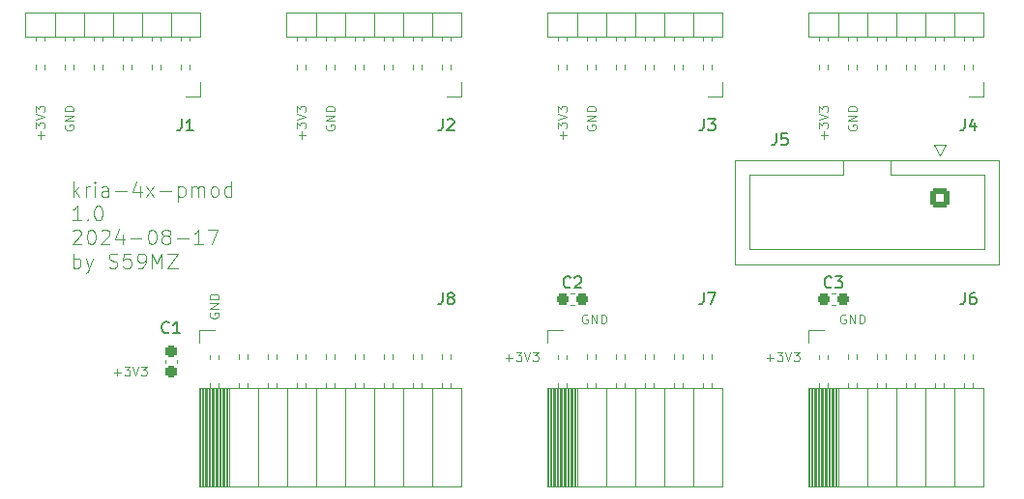
<source format=gto>
G04 #@! TF.GenerationSoftware,KiCad,Pcbnew,7.0.11-7.0.11~ubuntu20.04.1*
G04 #@! TF.CreationDate,2024-08-17T23:29:04+02:00*
G04 #@! TF.ProjectId,kicad-kria-4x-pmod,6b696361-642d-46b7-9269-612d34782d70,1.0*
G04 #@! TF.SameCoordinates,Original*
G04 #@! TF.FileFunction,Legend,Top*
G04 #@! TF.FilePolarity,Positive*
%FSLAX46Y46*%
G04 Gerber Fmt 4.6, Leading zero omitted, Abs format (unit mm)*
G04 Created by KiCad (PCBNEW 7.0.11-7.0.11~ubuntu20.04.1) date 2024-08-17 23:29:04*
%MOMM*%
%LPD*%
G01*
G04 APERTURE LIST*
G04 Aperture macros list*
%AMRoundRect*
0 Rectangle with rounded corners*
0 $1 Rounding radius*
0 $2 $3 $4 $5 $6 $7 $8 $9 X,Y pos of 4 corners*
0 Add a 4 corners polygon primitive as box body*
4,1,4,$2,$3,$4,$5,$6,$7,$8,$9,$2,$3,0*
0 Add four circle primitives for the rounded corners*
1,1,$1+$1,$2,$3*
1,1,$1+$1,$4,$5*
1,1,$1+$1,$6,$7*
1,1,$1+$1,$8,$9*
0 Add four rect primitives between the rounded corners*
20,1,$1+$1,$2,$3,$4,$5,0*
20,1,$1+$1,$4,$5,$6,$7,0*
20,1,$1+$1,$6,$7,$8,$9,0*
20,1,$1+$1,$8,$9,$2,$3,0*%
G04 Aperture macros list end*
%ADD10C,0.100000*%
%ADD11C,0.150000*%
%ADD12C,0.120000*%
%ADD13C,2.500000*%
%ADD14R,1.700000X1.700000*%
%ADD15O,1.700000X1.700000*%
%ADD16RoundRect,0.250000X-0.600000X0.600000X-0.600000X-0.600000X0.600000X-0.600000X0.600000X0.600000X0*%
%ADD17C,1.700000*%
%ADD18RoundRect,0.237500X-0.300000X-0.237500X0.300000X-0.237500X0.300000X0.237500X-0.300000X0.237500X0*%
%ADD19RoundRect,0.237500X0.237500X-0.300000X0.237500X0.300000X-0.237500X0.300000X-0.237500X-0.300000X0*%
G04 APERTURE END LIST*
D10*
X159622990Y-54599360D02*
X159584895Y-54675550D01*
X159584895Y-54675550D02*
X159584895Y-54789836D01*
X159584895Y-54789836D02*
X159622990Y-54904122D01*
X159622990Y-54904122D02*
X159699180Y-54980312D01*
X159699180Y-54980312D02*
X159775371Y-55018407D01*
X159775371Y-55018407D02*
X159927752Y-55056503D01*
X159927752Y-55056503D02*
X160042038Y-55056503D01*
X160042038Y-55056503D02*
X160194419Y-55018407D01*
X160194419Y-55018407D02*
X160270609Y-54980312D01*
X160270609Y-54980312D02*
X160346800Y-54904122D01*
X160346800Y-54904122D02*
X160384895Y-54789836D01*
X160384895Y-54789836D02*
X160384895Y-54713645D01*
X160384895Y-54713645D02*
X160346800Y-54599360D01*
X160346800Y-54599360D02*
X160308704Y-54561264D01*
X160308704Y-54561264D02*
X160042038Y-54561264D01*
X160042038Y-54561264D02*
X160042038Y-54713645D01*
X160384895Y-54218407D02*
X159584895Y-54218407D01*
X159584895Y-54218407D02*
X160384895Y-53761264D01*
X160384895Y-53761264D02*
X159584895Y-53761264D01*
X160384895Y-53380312D02*
X159584895Y-53380312D01*
X159584895Y-53380312D02*
X159584895Y-53189836D01*
X159584895Y-53189836D02*
X159622990Y-53075550D01*
X159622990Y-53075550D02*
X159699180Y-52999360D01*
X159699180Y-52999360D02*
X159775371Y-52961265D01*
X159775371Y-52961265D02*
X159927752Y-52923169D01*
X159927752Y-52923169D02*
X160042038Y-52923169D01*
X160042038Y-52923169D02*
X160194419Y-52961265D01*
X160194419Y-52961265D02*
X160270609Y-52999360D01*
X160270609Y-52999360D02*
X160346800Y-53075550D01*
X160346800Y-53075550D02*
X160384895Y-53189836D01*
X160384895Y-53189836D02*
X160384895Y-53380312D01*
X136762990Y-54599360D02*
X136724895Y-54675550D01*
X136724895Y-54675550D02*
X136724895Y-54789836D01*
X136724895Y-54789836D02*
X136762990Y-54904122D01*
X136762990Y-54904122D02*
X136839180Y-54980312D01*
X136839180Y-54980312D02*
X136915371Y-55018407D01*
X136915371Y-55018407D02*
X137067752Y-55056503D01*
X137067752Y-55056503D02*
X137182038Y-55056503D01*
X137182038Y-55056503D02*
X137334419Y-55018407D01*
X137334419Y-55018407D02*
X137410609Y-54980312D01*
X137410609Y-54980312D02*
X137486800Y-54904122D01*
X137486800Y-54904122D02*
X137524895Y-54789836D01*
X137524895Y-54789836D02*
X137524895Y-54713645D01*
X137524895Y-54713645D02*
X137486800Y-54599360D01*
X137486800Y-54599360D02*
X137448704Y-54561264D01*
X137448704Y-54561264D02*
X137182038Y-54561264D01*
X137182038Y-54561264D02*
X137182038Y-54713645D01*
X137524895Y-54218407D02*
X136724895Y-54218407D01*
X136724895Y-54218407D02*
X137524895Y-53761264D01*
X137524895Y-53761264D02*
X136724895Y-53761264D01*
X137524895Y-53380312D02*
X136724895Y-53380312D01*
X136724895Y-53380312D02*
X136724895Y-53189836D01*
X136724895Y-53189836D02*
X136762990Y-53075550D01*
X136762990Y-53075550D02*
X136839180Y-52999360D01*
X136839180Y-52999360D02*
X136915371Y-52961265D01*
X136915371Y-52961265D02*
X137067752Y-52923169D01*
X137067752Y-52923169D02*
X137182038Y-52923169D01*
X137182038Y-52923169D02*
X137334419Y-52961265D01*
X137334419Y-52961265D02*
X137410609Y-52999360D01*
X137410609Y-52999360D02*
X137486800Y-53075550D01*
X137486800Y-53075550D02*
X137524895Y-53189836D01*
X137524895Y-53189836D02*
X137524895Y-53380312D01*
X91042990Y-54599360D02*
X91004895Y-54675550D01*
X91004895Y-54675550D02*
X91004895Y-54789836D01*
X91004895Y-54789836D02*
X91042990Y-54904122D01*
X91042990Y-54904122D02*
X91119180Y-54980312D01*
X91119180Y-54980312D02*
X91195371Y-55018407D01*
X91195371Y-55018407D02*
X91347752Y-55056503D01*
X91347752Y-55056503D02*
X91462038Y-55056503D01*
X91462038Y-55056503D02*
X91614419Y-55018407D01*
X91614419Y-55018407D02*
X91690609Y-54980312D01*
X91690609Y-54980312D02*
X91766800Y-54904122D01*
X91766800Y-54904122D02*
X91804895Y-54789836D01*
X91804895Y-54789836D02*
X91804895Y-54713645D01*
X91804895Y-54713645D02*
X91766800Y-54599360D01*
X91766800Y-54599360D02*
X91728704Y-54561264D01*
X91728704Y-54561264D02*
X91462038Y-54561264D01*
X91462038Y-54561264D02*
X91462038Y-54713645D01*
X91804895Y-54218407D02*
X91004895Y-54218407D01*
X91004895Y-54218407D02*
X91804895Y-53761264D01*
X91804895Y-53761264D02*
X91004895Y-53761264D01*
X91804895Y-53380312D02*
X91004895Y-53380312D01*
X91004895Y-53380312D02*
X91004895Y-53189836D01*
X91004895Y-53189836D02*
X91042990Y-53075550D01*
X91042990Y-53075550D02*
X91119180Y-52999360D01*
X91119180Y-52999360D02*
X91195371Y-52961265D01*
X91195371Y-52961265D02*
X91347752Y-52923169D01*
X91347752Y-52923169D02*
X91462038Y-52923169D01*
X91462038Y-52923169D02*
X91614419Y-52961265D01*
X91614419Y-52961265D02*
X91690609Y-52999360D01*
X91690609Y-52999360D02*
X91766800Y-53075550D01*
X91766800Y-53075550D02*
X91804895Y-53189836D01*
X91804895Y-53189836D02*
X91804895Y-53380312D01*
X113902990Y-54599360D02*
X113864895Y-54675550D01*
X113864895Y-54675550D02*
X113864895Y-54789836D01*
X113864895Y-54789836D02*
X113902990Y-54904122D01*
X113902990Y-54904122D02*
X113979180Y-54980312D01*
X113979180Y-54980312D02*
X114055371Y-55018407D01*
X114055371Y-55018407D02*
X114207752Y-55056503D01*
X114207752Y-55056503D02*
X114322038Y-55056503D01*
X114322038Y-55056503D02*
X114474419Y-55018407D01*
X114474419Y-55018407D02*
X114550609Y-54980312D01*
X114550609Y-54980312D02*
X114626800Y-54904122D01*
X114626800Y-54904122D02*
X114664895Y-54789836D01*
X114664895Y-54789836D02*
X114664895Y-54713645D01*
X114664895Y-54713645D02*
X114626800Y-54599360D01*
X114626800Y-54599360D02*
X114588704Y-54561264D01*
X114588704Y-54561264D02*
X114322038Y-54561264D01*
X114322038Y-54561264D02*
X114322038Y-54713645D01*
X114664895Y-54218407D02*
X113864895Y-54218407D01*
X113864895Y-54218407D02*
X114664895Y-53761264D01*
X114664895Y-53761264D02*
X113864895Y-53761264D01*
X114664895Y-53380312D02*
X113864895Y-53380312D01*
X113864895Y-53380312D02*
X113864895Y-53189836D01*
X113864895Y-53189836D02*
X113902990Y-53075550D01*
X113902990Y-53075550D02*
X113979180Y-52999360D01*
X113979180Y-52999360D02*
X114055371Y-52961265D01*
X114055371Y-52961265D02*
X114207752Y-52923169D01*
X114207752Y-52923169D02*
X114322038Y-52923169D01*
X114322038Y-52923169D02*
X114474419Y-52961265D01*
X114474419Y-52961265D02*
X114550609Y-52999360D01*
X114550609Y-52999360D02*
X114626800Y-53075550D01*
X114626800Y-53075550D02*
X114664895Y-53189836D01*
X114664895Y-53189836D02*
X114664895Y-53380312D01*
X157540133Y-55780312D02*
X157540133Y-55170789D01*
X157844895Y-55475550D02*
X157235371Y-55475550D01*
X157044895Y-54866027D02*
X157044895Y-54370789D01*
X157044895Y-54370789D02*
X157349657Y-54637455D01*
X157349657Y-54637455D02*
X157349657Y-54523170D01*
X157349657Y-54523170D02*
X157387752Y-54446979D01*
X157387752Y-54446979D02*
X157425847Y-54408884D01*
X157425847Y-54408884D02*
X157502038Y-54370789D01*
X157502038Y-54370789D02*
X157692514Y-54370789D01*
X157692514Y-54370789D02*
X157768704Y-54408884D01*
X157768704Y-54408884D02*
X157806800Y-54446979D01*
X157806800Y-54446979D02*
X157844895Y-54523170D01*
X157844895Y-54523170D02*
X157844895Y-54751741D01*
X157844895Y-54751741D02*
X157806800Y-54827932D01*
X157806800Y-54827932D02*
X157768704Y-54866027D01*
X157044895Y-54142217D02*
X157844895Y-53875550D01*
X157844895Y-53875550D02*
X157044895Y-53608884D01*
X157044895Y-53418408D02*
X157044895Y-52923170D01*
X157044895Y-52923170D02*
X157349657Y-53189836D01*
X157349657Y-53189836D02*
X157349657Y-53075551D01*
X157349657Y-53075551D02*
X157387752Y-52999360D01*
X157387752Y-52999360D02*
X157425847Y-52961265D01*
X157425847Y-52961265D02*
X157502038Y-52923170D01*
X157502038Y-52923170D02*
X157692514Y-52923170D01*
X157692514Y-52923170D02*
X157768704Y-52961265D01*
X157768704Y-52961265D02*
X157806800Y-52999360D01*
X157806800Y-52999360D02*
X157844895Y-53075551D01*
X157844895Y-53075551D02*
X157844895Y-53304122D01*
X157844895Y-53304122D02*
X157806800Y-53380313D01*
X157806800Y-53380313D02*
X157768704Y-53418408D01*
X134680133Y-55780312D02*
X134680133Y-55170789D01*
X134984895Y-55475550D02*
X134375371Y-55475550D01*
X134184895Y-54866027D02*
X134184895Y-54370789D01*
X134184895Y-54370789D02*
X134489657Y-54637455D01*
X134489657Y-54637455D02*
X134489657Y-54523170D01*
X134489657Y-54523170D02*
X134527752Y-54446979D01*
X134527752Y-54446979D02*
X134565847Y-54408884D01*
X134565847Y-54408884D02*
X134642038Y-54370789D01*
X134642038Y-54370789D02*
X134832514Y-54370789D01*
X134832514Y-54370789D02*
X134908704Y-54408884D01*
X134908704Y-54408884D02*
X134946800Y-54446979D01*
X134946800Y-54446979D02*
X134984895Y-54523170D01*
X134984895Y-54523170D02*
X134984895Y-54751741D01*
X134984895Y-54751741D02*
X134946800Y-54827932D01*
X134946800Y-54827932D02*
X134908704Y-54866027D01*
X134184895Y-54142217D02*
X134984895Y-53875550D01*
X134984895Y-53875550D02*
X134184895Y-53608884D01*
X134184895Y-53418408D02*
X134184895Y-52923170D01*
X134184895Y-52923170D02*
X134489657Y-53189836D01*
X134489657Y-53189836D02*
X134489657Y-53075551D01*
X134489657Y-53075551D02*
X134527752Y-52999360D01*
X134527752Y-52999360D02*
X134565847Y-52961265D01*
X134565847Y-52961265D02*
X134642038Y-52923170D01*
X134642038Y-52923170D02*
X134832514Y-52923170D01*
X134832514Y-52923170D02*
X134908704Y-52961265D01*
X134908704Y-52961265D02*
X134946800Y-52999360D01*
X134946800Y-52999360D02*
X134984895Y-53075551D01*
X134984895Y-53075551D02*
X134984895Y-53304122D01*
X134984895Y-53304122D02*
X134946800Y-53380313D01*
X134946800Y-53380313D02*
X134908704Y-53418408D01*
X111820133Y-55780312D02*
X111820133Y-55170789D01*
X112124895Y-55475550D02*
X111515371Y-55475550D01*
X111324895Y-54866027D02*
X111324895Y-54370789D01*
X111324895Y-54370789D02*
X111629657Y-54637455D01*
X111629657Y-54637455D02*
X111629657Y-54523170D01*
X111629657Y-54523170D02*
X111667752Y-54446979D01*
X111667752Y-54446979D02*
X111705847Y-54408884D01*
X111705847Y-54408884D02*
X111782038Y-54370789D01*
X111782038Y-54370789D02*
X111972514Y-54370789D01*
X111972514Y-54370789D02*
X112048704Y-54408884D01*
X112048704Y-54408884D02*
X112086800Y-54446979D01*
X112086800Y-54446979D02*
X112124895Y-54523170D01*
X112124895Y-54523170D02*
X112124895Y-54751741D01*
X112124895Y-54751741D02*
X112086800Y-54827932D01*
X112086800Y-54827932D02*
X112048704Y-54866027D01*
X111324895Y-54142217D02*
X112124895Y-53875550D01*
X112124895Y-53875550D02*
X111324895Y-53608884D01*
X111324895Y-53418408D02*
X111324895Y-52923170D01*
X111324895Y-52923170D02*
X111629657Y-53189836D01*
X111629657Y-53189836D02*
X111629657Y-53075551D01*
X111629657Y-53075551D02*
X111667752Y-52999360D01*
X111667752Y-52999360D02*
X111705847Y-52961265D01*
X111705847Y-52961265D02*
X111782038Y-52923170D01*
X111782038Y-52923170D02*
X111972514Y-52923170D01*
X111972514Y-52923170D02*
X112048704Y-52961265D01*
X112048704Y-52961265D02*
X112086800Y-52999360D01*
X112086800Y-52999360D02*
X112124895Y-53075551D01*
X112124895Y-53075551D02*
X112124895Y-53304122D01*
X112124895Y-53304122D02*
X112086800Y-53380313D01*
X112086800Y-53380313D02*
X112048704Y-53418408D01*
X88960133Y-55780312D02*
X88960133Y-55170789D01*
X89264895Y-55475550D02*
X88655371Y-55475550D01*
X88464895Y-54866027D02*
X88464895Y-54370789D01*
X88464895Y-54370789D02*
X88769657Y-54637455D01*
X88769657Y-54637455D02*
X88769657Y-54523170D01*
X88769657Y-54523170D02*
X88807752Y-54446979D01*
X88807752Y-54446979D02*
X88845847Y-54408884D01*
X88845847Y-54408884D02*
X88922038Y-54370789D01*
X88922038Y-54370789D02*
X89112514Y-54370789D01*
X89112514Y-54370789D02*
X89188704Y-54408884D01*
X89188704Y-54408884D02*
X89226800Y-54446979D01*
X89226800Y-54446979D02*
X89264895Y-54523170D01*
X89264895Y-54523170D02*
X89264895Y-54751741D01*
X89264895Y-54751741D02*
X89226800Y-54827932D01*
X89226800Y-54827932D02*
X89188704Y-54866027D01*
X88464895Y-54142217D02*
X89264895Y-53875550D01*
X89264895Y-53875550D02*
X88464895Y-53608884D01*
X88464895Y-53418408D02*
X88464895Y-52923170D01*
X88464895Y-52923170D02*
X88769657Y-53189836D01*
X88769657Y-53189836D02*
X88769657Y-53075551D01*
X88769657Y-53075551D02*
X88807752Y-52999360D01*
X88807752Y-52999360D02*
X88845847Y-52961265D01*
X88845847Y-52961265D02*
X88922038Y-52923170D01*
X88922038Y-52923170D02*
X89112514Y-52923170D01*
X89112514Y-52923170D02*
X89188704Y-52961265D01*
X89188704Y-52961265D02*
X89226800Y-52999360D01*
X89226800Y-52999360D02*
X89264895Y-53075551D01*
X89264895Y-53075551D02*
X89264895Y-53304122D01*
X89264895Y-53304122D02*
X89226800Y-53380313D01*
X89226800Y-53380313D02*
X89188704Y-53418408D01*
X103742990Y-71079687D02*
X103704895Y-71155877D01*
X103704895Y-71155877D02*
X103704895Y-71270163D01*
X103704895Y-71270163D02*
X103742990Y-71384449D01*
X103742990Y-71384449D02*
X103819180Y-71460639D01*
X103819180Y-71460639D02*
X103895371Y-71498734D01*
X103895371Y-71498734D02*
X104047752Y-71536830D01*
X104047752Y-71536830D02*
X104162038Y-71536830D01*
X104162038Y-71536830D02*
X104314419Y-71498734D01*
X104314419Y-71498734D02*
X104390609Y-71460639D01*
X104390609Y-71460639D02*
X104466800Y-71384449D01*
X104466800Y-71384449D02*
X104504895Y-71270163D01*
X104504895Y-71270163D02*
X104504895Y-71193972D01*
X104504895Y-71193972D02*
X104466800Y-71079687D01*
X104466800Y-71079687D02*
X104428704Y-71041591D01*
X104428704Y-71041591D02*
X104162038Y-71041591D01*
X104162038Y-71041591D02*
X104162038Y-71193972D01*
X104504895Y-70698734D02*
X103704895Y-70698734D01*
X103704895Y-70698734D02*
X104504895Y-70241591D01*
X104504895Y-70241591D02*
X103704895Y-70241591D01*
X104504895Y-69860639D02*
X103704895Y-69860639D01*
X103704895Y-69860639D02*
X103704895Y-69670163D01*
X103704895Y-69670163D02*
X103742990Y-69555877D01*
X103742990Y-69555877D02*
X103819180Y-69479687D01*
X103819180Y-69479687D02*
X103895371Y-69441592D01*
X103895371Y-69441592D02*
X104047752Y-69403496D01*
X104047752Y-69403496D02*
X104162038Y-69403496D01*
X104162038Y-69403496D02*
X104314419Y-69441592D01*
X104314419Y-69441592D02*
X104390609Y-69479687D01*
X104390609Y-69479687D02*
X104466800Y-69555877D01*
X104466800Y-69555877D02*
X104504895Y-69670163D01*
X104504895Y-69670163D02*
X104504895Y-69860639D01*
X159410476Y-71230990D02*
X159334286Y-71192895D01*
X159334286Y-71192895D02*
X159220000Y-71192895D01*
X159220000Y-71192895D02*
X159105714Y-71230990D01*
X159105714Y-71230990D02*
X159029524Y-71307180D01*
X159029524Y-71307180D02*
X158991429Y-71383371D01*
X158991429Y-71383371D02*
X158953333Y-71535752D01*
X158953333Y-71535752D02*
X158953333Y-71650038D01*
X158953333Y-71650038D02*
X158991429Y-71802419D01*
X158991429Y-71802419D02*
X159029524Y-71878609D01*
X159029524Y-71878609D02*
X159105714Y-71954800D01*
X159105714Y-71954800D02*
X159220000Y-71992895D01*
X159220000Y-71992895D02*
X159296191Y-71992895D01*
X159296191Y-71992895D02*
X159410476Y-71954800D01*
X159410476Y-71954800D02*
X159448572Y-71916704D01*
X159448572Y-71916704D02*
X159448572Y-71650038D01*
X159448572Y-71650038D02*
X159296191Y-71650038D01*
X159791429Y-71992895D02*
X159791429Y-71192895D01*
X159791429Y-71192895D02*
X160248572Y-71992895D01*
X160248572Y-71992895D02*
X160248572Y-71192895D01*
X160629524Y-71992895D02*
X160629524Y-71192895D01*
X160629524Y-71192895D02*
X160820000Y-71192895D01*
X160820000Y-71192895D02*
X160934286Y-71230990D01*
X160934286Y-71230990D02*
X161010476Y-71307180D01*
X161010476Y-71307180D02*
X161048571Y-71383371D01*
X161048571Y-71383371D02*
X161086667Y-71535752D01*
X161086667Y-71535752D02*
X161086667Y-71650038D01*
X161086667Y-71650038D02*
X161048571Y-71802419D01*
X161048571Y-71802419D02*
X161010476Y-71878609D01*
X161010476Y-71878609D02*
X160934286Y-71954800D01*
X160934286Y-71954800D02*
X160820000Y-71992895D01*
X160820000Y-71992895D02*
X160629524Y-71992895D01*
X152499687Y-74990133D02*
X153109211Y-74990133D01*
X152804449Y-75294895D02*
X152804449Y-74685371D01*
X153413972Y-74494895D02*
X153909210Y-74494895D01*
X153909210Y-74494895D02*
X153642544Y-74799657D01*
X153642544Y-74799657D02*
X153756829Y-74799657D01*
X153756829Y-74799657D02*
X153833020Y-74837752D01*
X153833020Y-74837752D02*
X153871115Y-74875847D01*
X153871115Y-74875847D02*
X153909210Y-74952038D01*
X153909210Y-74952038D02*
X153909210Y-75142514D01*
X153909210Y-75142514D02*
X153871115Y-75218704D01*
X153871115Y-75218704D02*
X153833020Y-75256800D01*
X153833020Y-75256800D02*
X153756829Y-75294895D01*
X153756829Y-75294895D02*
X153528258Y-75294895D01*
X153528258Y-75294895D02*
X153452067Y-75256800D01*
X153452067Y-75256800D02*
X153413972Y-75218704D01*
X154137782Y-74494895D02*
X154404449Y-75294895D01*
X154404449Y-75294895D02*
X154671115Y-74494895D01*
X154861591Y-74494895D02*
X155356829Y-74494895D01*
X155356829Y-74494895D02*
X155090163Y-74799657D01*
X155090163Y-74799657D02*
X155204448Y-74799657D01*
X155204448Y-74799657D02*
X155280639Y-74837752D01*
X155280639Y-74837752D02*
X155318734Y-74875847D01*
X155318734Y-74875847D02*
X155356829Y-74952038D01*
X155356829Y-74952038D02*
X155356829Y-75142514D01*
X155356829Y-75142514D02*
X155318734Y-75218704D01*
X155318734Y-75218704D02*
X155280639Y-75256800D01*
X155280639Y-75256800D02*
X155204448Y-75294895D01*
X155204448Y-75294895D02*
X154975877Y-75294895D01*
X154975877Y-75294895D02*
X154899686Y-75256800D01*
X154899686Y-75256800D02*
X154861591Y-75218704D01*
X136804476Y-71230990D02*
X136728286Y-71192895D01*
X136728286Y-71192895D02*
X136614000Y-71192895D01*
X136614000Y-71192895D02*
X136499714Y-71230990D01*
X136499714Y-71230990D02*
X136423524Y-71307180D01*
X136423524Y-71307180D02*
X136385429Y-71383371D01*
X136385429Y-71383371D02*
X136347333Y-71535752D01*
X136347333Y-71535752D02*
X136347333Y-71650038D01*
X136347333Y-71650038D02*
X136385429Y-71802419D01*
X136385429Y-71802419D02*
X136423524Y-71878609D01*
X136423524Y-71878609D02*
X136499714Y-71954800D01*
X136499714Y-71954800D02*
X136614000Y-71992895D01*
X136614000Y-71992895D02*
X136690191Y-71992895D01*
X136690191Y-71992895D02*
X136804476Y-71954800D01*
X136804476Y-71954800D02*
X136842572Y-71916704D01*
X136842572Y-71916704D02*
X136842572Y-71650038D01*
X136842572Y-71650038D02*
X136690191Y-71650038D01*
X137185429Y-71992895D02*
X137185429Y-71192895D01*
X137185429Y-71192895D02*
X137642572Y-71992895D01*
X137642572Y-71992895D02*
X137642572Y-71192895D01*
X138023524Y-71992895D02*
X138023524Y-71192895D01*
X138023524Y-71192895D02*
X138214000Y-71192895D01*
X138214000Y-71192895D02*
X138328286Y-71230990D01*
X138328286Y-71230990D02*
X138404476Y-71307180D01*
X138404476Y-71307180D02*
X138442571Y-71383371D01*
X138442571Y-71383371D02*
X138480667Y-71535752D01*
X138480667Y-71535752D02*
X138480667Y-71650038D01*
X138480667Y-71650038D02*
X138442571Y-71802419D01*
X138442571Y-71802419D02*
X138404476Y-71878609D01*
X138404476Y-71878609D02*
X138328286Y-71954800D01*
X138328286Y-71954800D02*
X138214000Y-71992895D01*
X138214000Y-71992895D02*
X138023524Y-71992895D01*
X129639687Y-74990133D02*
X130249211Y-74990133D01*
X129944449Y-75294895D02*
X129944449Y-74685371D01*
X130553972Y-74494895D02*
X131049210Y-74494895D01*
X131049210Y-74494895D02*
X130782544Y-74799657D01*
X130782544Y-74799657D02*
X130896829Y-74799657D01*
X130896829Y-74799657D02*
X130973020Y-74837752D01*
X130973020Y-74837752D02*
X131011115Y-74875847D01*
X131011115Y-74875847D02*
X131049210Y-74952038D01*
X131049210Y-74952038D02*
X131049210Y-75142514D01*
X131049210Y-75142514D02*
X131011115Y-75218704D01*
X131011115Y-75218704D02*
X130973020Y-75256800D01*
X130973020Y-75256800D02*
X130896829Y-75294895D01*
X130896829Y-75294895D02*
X130668258Y-75294895D01*
X130668258Y-75294895D02*
X130592067Y-75256800D01*
X130592067Y-75256800D02*
X130553972Y-75218704D01*
X131277782Y-74494895D02*
X131544449Y-75294895D01*
X131544449Y-75294895D02*
X131811115Y-74494895D01*
X132001591Y-74494895D02*
X132496829Y-74494895D01*
X132496829Y-74494895D02*
X132230163Y-74799657D01*
X132230163Y-74799657D02*
X132344448Y-74799657D01*
X132344448Y-74799657D02*
X132420639Y-74837752D01*
X132420639Y-74837752D02*
X132458734Y-74875847D01*
X132458734Y-74875847D02*
X132496829Y-74952038D01*
X132496829Y-74952038D02*
X132496829Y-75142514D01*
X132496829Y-75142514D02*
X132458734Y-75218704D01*
X132458734Y-75218704D02*
X132420639Y-75256800D01*
X132420639Y-75256800D02*
X132344448Y-75294895D01*
X132344448Y-75294895D02*
X132115877Y-75294895D01*
X132115877Y-75294895D02*
X132039686Y-75256800D01*
X132039686Y-75256800D02*
X132001591Y-75218704D01*
X95349687Y-76260133D02*
X95959211Y-76260133D01*
X95654449Y-76564895D02*
X95654449Y-75955371D01*
X96263972Y-75764895D02*
X96759210Y-75764895D01*
X96759210Y-75764895D02*
X96492544Y-76069657D01*
X96492544Y-76069657D02*
X96606829Y-76069657D01*
X96606829Y-76069657D02*
X96683020Y-76107752D01*
X96683020Y-76107752D02*
X96721115Y-76145847D01*
X96721115Y-76145847D02*
X96759210Y-76222038D01*
X96759210Y-76222038D02*
X96759210Y-76412514D01*
X96759210Y-76412514D02*
X96721115Y-76488704D01*
X96721115Y-76488704D02*
X96683020Y-76526800D01*
X96683020Y-76526800D02*
X96606829Y-76564895D01*
X96606829Y-76564895D02*
X96378258Y-76564895D01*
X96378258Y-76564895D02*
X96302067Y-76526800D01*
X96302067Y-76526800D02*
X96263972Y-76488704D01*
X96987782Y-75764895D02*
X97254449Y-76564895D01*
X97254449Y-76564895D02*
X97521115Y-75764895D01*
X97711591Y-75764895D02*
X98206829Y-75764895D01*
X98206829Y-75764895D02*
X97940163Y-76069657D01*
X97940163Y-76069657D02*
X98054448Y-76069657D01*
X98054448Y-76069657D02*
X98130639Y-76107752D01*
X98130639Y-76107752D02*
X98168734Y-76145847D01*
X98168734Y-76145847D02*
X98206829Y-76222038D01*
X98206829Y-76222038D02*
X98206829Y-76412514D01*
X98206829Y-76412514D02*
X98168734Y-76488704D01*
X98168734Y-76488704D02*
X98130639Y-76526800D01*
X98130639Y-76526800D02*
X98054448Y-76564895D01*
X98054448Y-76564895D02*
X97825877Y-76564895D01*
X97825877Y-76564895D02*
X97749686Y-76526800D01*
X97749686Y-76526800D02*
X97711591Y-76488704D01*
X91815312Y-60866704D02*
X91815312Y-59566704D01*
X91939122Y-60371466D02*
X92310550Y-60866704D01*
X92310550Y-60000038D02*
X91815312Y-60495276D01*
X92867693Y-60866704D02*
X92867693Y-60000038D01*
X92867693Y-60247657D02*
X92929598Y-60123847D01*
X92929598Y-60123847D02*
X92991503Y-60061942D01*
X92991503Y-60061942D02*
X93115312Y-60000038D01*
X93115312Y-60000038D02*
X93239122Y-60000038D01*
X93672455Y-60866704D02*
X93672455Y-60000038D01*
X93672455Y-59566704D02*
X93610551Y-59628609D01*
X93610551Y-59628609D02*
X93672455Y-59690514D01*
X93672455Y-59690514D02*
X93734360Y-59628609D01*
X93734360Y-59628609D02*
X93672455Y-59566704D01*
X93672455Y-59566704D02*
X93672455Y-59690514D01*
X94848646Y-60866704D02*
X94848646Y-60185752D01*
X94848646Y-60185752D02*
X94786741Y-60061942D01*
X94786741Y-60061942D02*
X94662932Y-60000038D01*
X94662932Y-60000038D02*
X94415313Y-60000038D01*
X94415313Y-60000038D02*
X94291503Y-60061942D01*
X94848646Y-60804800D02*
X94724837Y-60866704D01*
X94724837Y-60866704D02*
X94415313Y-60866704D01*
X94415313Y-60866704D02*
X94291503Y-60804800D01*
X94291503Y-60804800D02*
X94229599Y-60680990D01*
X94229599Y-60680990D02*
X94229599Y-60557180D01*
X94229599Y-60557180D02*
X94291503Y-60433371D01*
X94291503Y-60433371D02*
X94415313Y-60371466D01*
X94415313Y-60371466D02*
X94724837Y-60371466D01*
X94724837Y-60371466D02*
X94848646Y-60309561D01*
X95467693Y-60371466D02*
X96458170Y-60371466D01*
X97634360Y-60000038D02*
X97634360Y-60866704D01*
X97324836Y-59504800D02*
X97015313Y-60433371D01*
X97015313Y-60433371D02*
X97820074Y-60433371D01*
X98191503Y-60866704D02*
X98872455Y-60000038D01*
X98191503Y-60000038D02*
X98872455Y-60866704D01*
X99367693Y-60371466D02*
X100358170Y-60371466D01*
X100977217Y-60000038D02*
X100977217Y-61300038D01*
X100977217Y-60061942D02*
X101101027Y-60000038D01*
X101101027Y-60000038D02*
X101348646Y-60000038D01*
X101348646Y-60000038D02*
X101472455Y-60061942D01*
X101472455Y-60061942D02*
X101534360Y-60123847D01*
X101534360Y-60123847D02*
X101596265Y-60247657D01*
X101596265Y-60247657D02*
X101596265Y-60619085D01*
X101596265Y-60619085D02*
X101534360Y-60742895D01*
X101534360Y-60742895D02*
X101472455Y-60804800D01*
X101472455Y-60804800D02*
X101348646Y-60866704D01*
X101348646Y-60866704D02*
X101101027Y-60866704D01*
X101101027Y-60866704D02*
X100977217Y-60804800D01*
X102153407Y-60866704D02*
X102153407Y-60000038D01*
X102153407Y-60123847D02*
X102215312Y-60061942D01*
X102215312Y-60061942D02*
X102339122Y-60000038D01*
X102339122Y-60000038D02*
X102524836Y-60000038D01*
X102524836Y-60000038D02*
X102648645Y-60061942D01*
X102648645Y-60061942D02*
X102710550Y-60185752D01*
X102710550Y-60185752D02*
X102710550Y-60866704D01*
X102710550Y-60185752D02*
X102772455Y-60061942D01*
X102772455Y-60061942D02*
X102896264Y-60000038D01*
X102896264Y-60000038D02*
X103081979Y-60000038D01*
X103081979Y-60000038D02*
X103205788Y-60061942D01*
X103205788Y-60061942D02*
X103267693Y-60185752D01*
X103267693Y-60185752D02*
X103267693Y-60866704D01*
X104072455Y-60866704D02*
X103948645Y-60804800D01*
X103948645Y-60804800D02*
X103886740Y-60742895D01*
X103886740Y-60742895D02*
X103824836Y-60619085D01*
X103824836Y-60619085D02*
X103824836Y-60247657D01*
X103824836Y-60247657D02*
X103886740Y-60123847D01*
X103886740Y-60123847D02*
X103948645Y-60061942D01*
X103948645Y-60061942D02*
X104072455Y-60000038D01*
X104072455Y-60000038D02*
X104258169Y-60000038D01*
X104258169Y-60000038D02*
X104381978Y-60061942D01*
X104381978Y-60061942D02*
X104443883Y-60123847D01*
X104443883Y-60123847D02*
X104505788Y-60247657D01*
X104505788Y-60247657D02*
X104505788Y-60619085D01*
X104505788Y-60619085D02*
X104443883Y-60742895D01*
X104443883Y-60742895D02*
X104381978Y-60804800D01*
X104381978Y-60804800D02*
X104258169Y-60866704D01*
X104258169Y-60866704D02*
X104072455Y-60866704D01*
X105620073Y-60866704D02*
X105620073Y-59566704D01*
X105620073Y-60804800D02*
X105496264Y-60866704D01*
X105496264Y-60866704D02*
X105248645Y-60866704D01*
X105248645Y-60866704D02*
X105124835Y-60804800D01*
X105124835Y-60804800D02*
X105062930Y-60742895D01*
X105062930Y-60742895D02*
X105001026Y-60619085D01*
X105001026Y-60619085D02*
X105001026Y-60247657D01*
X105001026Y-60247657D02*
X105062930Y-60123847D01*
X105062930Y-60123847D02*
X105124835Y-60061942D01*
X105124835Y-60061942D02*
X105248645Y-60000038D01*
X105248645Y-60000038D02*
X105496264Y-60000038D01*
X105496264Y-60000038D02*
X105620073Y-60061942D01*
X92496265Y-62959704D02*
X91753408Y-62959704D01*
X92124836Y-62959704D02*
X92124836Y-61659704D01*
X92124836Y-61659704D02*
X92001027Y-61845419D01*
X92001027Y-61845419D02*
X91877217Y-61969228D01*
X91877217Y-61969228D02*
X91753408Y-62031133D01*
X93053407Y-62835895D02*
X93115312Y-62897800D01*
X93115312Y-62897800D02*
X93053407Y-62959704D01*
X93053407Y-62959704D02*
X92991503Y-62897800D01*
X92991503Y-62897800D02*
X93053407Y-62835895D01*
X93053407Y-62835895D02*
X93053407Y-62959704D01*
X93920074Y-61659704D02*
X94043884Y-61659704D01*
X94043884Y-61659704D02*
X94167693Y-61721609D01*
X94167693Y-61721609D02*
X94229598Y-61783514D01*
X94229598Y-61783514D02*
X94291503Y-61907323D01*
X94291503Y-61907323D02*
X94353408Y-62154942D01*
X94353408Y-62154942D02*
X94353408Y-62464466D01*
X94353408Y-62464466D02*
X94291503Y-62712085D01*
X94291503Y-62712085D02*
X94229598Y-62835895D01*
X94229598Y-62835895D02*
X94167693Y-62897800D01*
X94167693Y-62897800D02*
X94043884Y-62959704D01*
X94043884Y-62959704D02*
X93920074Y-62959704D01*
X93920074Y-62959704D02*
X93796265Y-62897800D01*
X93796265Y-62897800D02*
X93734360Y-62835895D01*
X93734360Y-62835895D02*
X93672455Y-62712085D01*
X93672455Y-62712085D02*
X93610551Y-62464466D01*
X93610551Y-62464466D02*
X93610551Y-62154942D01*
X93610551Y-62154942D02*
X93672455Y-61907323D01*
X93672455Y-61907323D02*
X93734360Y-61783514D01*
X93734360Y-61783514D02*
X93796265Y-61721609D01*
X93796265Y-61721609D02*
X93920074Y-61659704D01*
X91753408Y-63876514D02*
X91815312Y-63814609D01*
X91815312Y-63814609D02*
X91939122Y-63752704D01*
X91939122Y-63752704D02*
X92248646Y-63752704D01*
X92248646Y-63752704D02*
X92372455Y-63814609D01*
X92372455Y-63814609D02*
X92434360Y-63876514D01*
X92434360Y-63876514D02*
X92496265Y-64000323D01*
X92496265Y-64000323D02*
X92496265Y-64124133D01*
X92496265Y-64124133D02*
X92434360Y-64309847D01*
X92434360Y-64309847D02*
X91691503Y-65052704D01*
X91691503Y-65052704D02*
X92496265Y-65052704D01*
X93301026Y-63752704D02*
X93424836Y-63752704D01*
X93424836Y-63752704D02*
X93548645Y-63814609D01*
X93548645Y-63814609D02*
X93610550Y-63876514D01*
X93610550Y-63876514D02*
X93672455Y-64000323D01*
X93672455Y-64000323D02*
X93734360Y-64247942D01*
X93734360Y-64247942D02*
X93734360Y-64557466D01*
X93734360Y-64557466D02*
X93672455Y-64805085D01*
X93672455Y-64805085D02*
X93610550Y-64928895D01*
X93610550Y-64928895D02*
X93548645Y-64990800D01*
X93548645Y-64990800D02*
X93424836Y-65052704D01*
X93424836Y-65052704D02*
X93301026Y-65052704D01*
X93301026Y-65052704D02*
X93177217Y-64990800D01*
X93177217Y-64990800D02*
X93115312Y-64928895D01*
X93115312Y-64928895D02*
X93053407Y-64805085D01*
X93053407Y-64805085D02*
X92991503Y-64557466D01*
X92991503Y-64557466D02*
X92991503Y-64247942D01*
X92991503Y-64247942D02*
X93053407Y-64000323D01*
X93053407Y-64000323D02*
X93115312Y-63876514D01*
X93115312Y-63876514D02*
X93177217Y-63814609D01*
X93177217Y-63814609D02*
X93301026Y-63752704D01*
X94229598Y-63876514D02*
X94291502Y-63814609D01*
X94291502Y-63814609D02*
X94415312Y-63752704D01*
X94415312Y-63752704D02*
X94724836Y-63752704D01*
X94724836Y-63752704D02*
X94848645Y-63814609D01*
X94848645Y-63814609D02*
X94910550Y-63876514D01*
X94910550Y-63876514D02*
X94972455Y-64000323D01*
X94972455Y-64000323D02*
X94972455Y-64124133D01*
X94972455Y-64124133D02*
X94910550Y-64309847D01*
X94910550Y-64309847D02*
X94167693Y-65052704D01*
X94167693Y-65052704D02*
X94972455Y-65052704D01*
X96086740Y-64186038D02*
X96086740Y-65052704D01*
X95777216Y-63690800D02*
X95467693Y-64619371D01*
X95467693Y-64619371D02*
X96272454Y-64619371D01*
X96767692Y-64557466D02*
X97758169Y-64557466D01*
X98624835Y-63752704D02*
X98748645Y-63752704D01*
X98748645Y-63752704D02*
X98872454Y-63814609D01*
X98872454Y-63814609D02*
X98934359Y-63876514D01*
X98934359Y-63876514D02*
X98996264Y-64000323D01*
X98996264Y-64000323D02*
X99058169Y-64247942D01*
X99058169Y-64247942D02*
X99058169Y-64557466D01*
X99058169Y-64557466D02*
X98996264Y-64805085D01*
X98996264Y-64805085D02*
X98934359Y-64928895D01*
X98934359Y-64928895D02*
X98872454Y-64990800D01*
X98872454Y-64990800D02*
X98748645Y-65052704D01*
X98748645Y-65052704D02*
X98624835Y-65052704D01*
X98624835Y-65052704D02*
X98501026Y-64990800D01*
X98501026Y-64990800D02*
X98439121Y-64928895D01*
X98439121Y-64928895D02*
X98377216Y-64805085D01*
X98377216Y-64805085D02*
X98315312Y-64557466D01*
X98315312Y-64557466D02*
X98315312Y-64247942D01*
X98315312Y-64247942D02*
X98377216Y-64000323D01*
X98377216Y-64000323D02*
X98439121Y-63876514D01*
X98439121Y-63876514D02*
X98501026Y-63814609D01*
X98501026Y-63814609D02*
X98624835Y-63752704D01*
X99801026Y-64309847D02*
X99677216Y-64247942D01*
X99677216Y-64247942D02*
X99615311Y-64186038D01*
X99615311Y-64186038D02*
X99553407Y-64062228D01*
X99553407Y-64062228D02*
X99553407Y-64000323D01*
X99553407Y-64000323D02*
X99615311Y-63876514D01*
X99615311Y-63876514D02*
X99677216Y-63814609D01*
X99677216Y-63814609D02*
X99801026Y-63752704D01*
X99801026Y-63752704D02*
X100048645Y-63752704D01*
X100048645Y-63752704D02*
X100172454Y-63814609D01*
X100172454Y-63814609D02*
X100234359Y-63876514D01*
X100234359Y-63876514D02*
X100296264Y-64000323D01*
X100296264Y-64000323D02*
X100296264Y-64062228D01*
X100296264Y-64062228D02*
X100234359Y-64186038D01*
X100234359Y-64186038D02*
X100172454Y-64247942D01*
X100172454Y-64247942D02*
X100048645Y-64309847D01*
X100048645Y-64309847D02*
X99801026Y-64309847D01*
X99801026Y-64309847D02*
X99677216Y-64371752D01*
X99677216Y-64371752D02*
X99615311Y-64433657D01*
X99615311Y-64433657D02*
X99553407Y-64557466D01*
X99553407Y-64557466D02*
X99553407Y-64805085D01*
X99553407Y-64805085D02*
X99615311Y-64928895D01*
X99615311Y-64928895D02*
X99677216Y-64990800D01*
X99677216Y-64990800D02*
X99801026Y-65052704D01*
X99801026Y-65052704D02*
X100048645Y-65052704D01*
X100048645Y-65052704D02*
X100172454Y-64990800D01*
X100172454Y-64990800D02*
X100234359Y-64928895D01*
X100234359Y-64928895D02*
X100296264Y-64805085D01*
X100296264Y-64805085D02*
X100296264Y-64557466D01*
X100296264Y-64557466D02*
X100234359Y-64433657D01*
X100234359Y-64433657D02*
X100172454Y-64371752D01*
X100172454Y-64371752D02*
X100048645Y-64309847D01*
X100853406Y-64557466D02*
X101843883Y-64557466D01*
X103143883Y-65052704D02*
X102401026Y-65052704D01*
X102772454Y-65052704D02*
X102772454Y-63752704D01*
X102772454Y-63752704D02*
X102648645Y-63938419D01*
X102648645Y-63938419D02*
X102524835Y-64062228D01*
X102524835Y-64062228D02*
X102401026Y-64124133D01*
X103577216Y-63752704D02*
X104443882Y-63752704D01*
X104443882Y-63752704D02*
X103886740Y-65052704D01*
X91815312Y-67145704D02*
X91815312Y-65845704D01*
X91815312Y-66340942D02*
X91939122Y-66279038D01*
X91939122Y-66279038D02*
X92186741Y-66279038D01*
X92186741Y-66279038D02*
X92310550Y-66340942D01*
X92310550Y-66340942D02*
X92372455Y-66402847D01*
X92372455Y-66402847D02*
X92434360Y-66526657D01*
X92434360Y-66526657D02*
X92434360Y-66898085D01*
X92434360Y-66898085D02*
X92372455Y-67021895D01*
X92372455Y-67021895D02*
X92310550Y-67083800D01*
X92310550Y-67083800D02*
X92186741Y-67145704D01*
X92186741Y-67145704D02*
X91939122Y-67145704D01*
X91939122Y-67145704D02*
X91815312Y-67083800D01*
X92867693Y-66279038D02*
X93177217Y-67145704D01*
X93486740Y-66279038D02*
X93177217Y-67145704D01*
X93177217Y-67145704D02*
X93053407Y-67455228D01*
X93053407Y-67455228D02*
X92991502Y-67517133D01*
X92991502Y-67517133D02*
X92867693Y-67579038D01*
X94910550Y-67083800D02*
X95096264Y-67145704D01*
X95096264Y-67145704D02*
X95405788Y-67145704D01*
X95405788Y-67145704D02*
X95529597Y-67083800D01*
X95529597Y-67083800D02*
X95591502Y-67021895D01*
X95591502Y-67021895D02*
X95653407Y-66898085D01*
X95653407Y-66898085D02*
X95653407Y-66774276D01*
X95653407Y-66774276D02*
X95591502Y-66650466D01*
X95591502Y-66650466D02*
X95529597Y-66588561D01*
X95529597Y-66588561D02*
X95405788Y-66526657D01*
X95405788Y-66526657D02*
X95158169Y-66464752D01*
X95158169Y-66464752D02*
X95034359Y-66402847D01*
X95034359Y-66402847D02*
X94972454Y-66340942D01*
X94972454Y-66340942D02*
X94910550Y-66217133D01*
X94910550Y-66217133D02*
X94910550Y-66093323D01*
X94910550Y-66093323D02*
X94972454Y-65969514D01*
X94972454Y-65969514D02*
X95034359Y-65907609D01*
X95034359Y-65907609D02*
X95158169Y-65845704D01*
X95158169Y-65845704D02*
X95467692Y-65845704D01*
X95467692Y-65845704D02*
X95653407Y-65907609D01*
X96829597Y-65845704D02*
X96210549Y-65845704D01*
X96210549Y-65845704D02*
X96148645Y-66464752D01*
X96148645Y-66464752D02*
X96210549Y-66402847D01*
X96210549Y-66402847D02*
X96334359Y-66340942D01*
X96334359Y-66340942D02*
X96643883Y-66340942D01*
X96643883Y-66340942D02*
X96767692Y-66402847D01*
X96767692Y-66402847D02*
X96829597Y-66464752D01*
X96829597Y-66464752D02*
X96891502Y-66588561D01*
X96891502Y-66588561D02*
X96891502Y-66898085D01*
X96891502Y-66898085D02*
X96829597Y-67021895D01*
X96829597Y-67021895D02*
X96767692Y-67083800D01*
X96767692Y-67083800D02*
X96643883Y-67145704D01*
X96643883Y-67145704D02*
X96334359Y-67145704D01*
X96334359Y-67145704D02*
X96210549Y-67083800D01*
X96210549Y-67083800D02*
X96148645Y-67021895D01*
X97510549Y-67145704D02*
X97758168Y-67145704D01*
X97758168Y-67145704D02*
X97881978Y-67083800D01*
X97881978Y-67083800D02*
X97943882Y-67021895D01*
X97943882Y-67021895D02*
X98067692Y-66836180D01*
X98067692Y-66836180D02*
X98129597Y-66588561D01*
X98129597Y-66588561D02*
X98129597Y-66093323D01*
X98129597Y-66093323D02*
X98067692Y-65969514D01*
X98067692Y-65969514D02*
X98005787Y-65907609D01*
X98005787Y-65907609D02*
X97881978Y-65845704D01*
X97881978Y-65845704D02*
X97634359Y-65845704D01*
X97634359Y-65845704D02*
X97510549Y-65907609D01*
X97510549Y-65907609D02*
X97448644Y-65969514D01*
X97448644Y-65969514D02*
X97386740Y-66093323D01*
X97386740Y-66093323D02*
X97386740Y-66402847D01*
X97386740Y-66402847D02*
X97448644Y-66526657D01*
X97448644Y-66526657D02*
X97510549Y-66588561D01*
X97510549Y-66588561D02*
X97634359Y-66650466D01*
X97634359Y-66650466D02*
X97881978Y-66650466D01*
X97881978Y-66650466D02*
X98005787Y-66588561D01*
X98005787Y-66588561D02*
X98067692Y-66526657D01*
X98067692Y-66526657D02*
X98129597Y-66402847D01*
X98686739Y-67145704D02*
X98686739Y-65845704D01*
X98686739Y-65845704D02*
X99120073Y-66774276D01*
X99120073Y-66774276D02*
X99553406Y-65845704D01*
X99553406Y-65845704D02*
X99553406Y-67145704D01*
X100048644Y-65845704D02*
X100915310Y-65845704D01*
X100915310Y-65845704D02*
X100048644Y-67145704D01*
X100048644Y-67145704D02*
X100915310Y-67145704D01*
D11*
X124126666Y-69304819D02*
X124126666Y-70019104D01*
X124126666Y-70019104D02*
X124079047Y-70161961D01*
X124079047Y-70161961D02*
X123983809Y-70257200D01*
X123983809Y-70257200D02*
X123840952Y-70304819D01*
X123840952Y-70304819D02*
X123745714Y-70304819D01*
X124745714Y-69733390D02*
X124650476Y-69685771D01*
X124650476Y-69685771D02*
X124602857Y-69638152D01*
X124602857Y-69638152D02*
X124555238Y-69542914D01*
X124555238Y-69542914D02*
X124555238Y-69495295D01*
X124555238Y-69495295D02*
X124602857Y-69400057D01*
X124602857Y-69400057D02*
X124650476Y-69352438D01*
X124650476Y-69352438D02*
X124745714Y-69304819D01*
X124745714Y-69304819D02*
X124936190Y-69304819D01*
X124936190Y-69304819D02*
X125031428Y-69352438D01*
X125031428Y-69352438D02*
X125079047Y-69400057D01*
X125079047Y-69400057D02*
X125126666Y-69495295D01*
X125126666Y-69495295D02*
X125126666Y-69542914D01*
X125126666Y-69542914D02*
X125079047Y-69638152D01*
X125079047Y-69638152D02*
X125031428Y-69685771D01*
X125031428Y-69685771D02*
X124936190Y-69733390D01*
X124936190Y-69733390D02*
X124745714Y-69733390D01*
X124745714Y-69733390D02*
X124650476Y-69781009D01*
X124650476Y-69781009D02*
X124602857Y-69828628D01*
X124602857Y-69828628D02*
X124555238Y-69923866D01*
X124555238Y-69923866D02*
X124555238Y-70114342D01*
X124555238Y-70114342D02*
X124602857Y-70209580D01*
X124602857Y-70209580D02*
X124650476Y-70257200D01*
X124650476Y-70257200D02*
X124745714Y-70304819D01*
X124745714Y-70304819D02*
X124936190Y-70304819D01*
X124936190Y-70304819D02*
X125031428Y-70257200D01*
X125031428Y-70257200D02*
X125079047Y-70209580D01*
X125079047Y-70209580D02*
X125126666Y-70114342D01*
X125126666Y-70114342D02*
X125126666Y-69923866D01*
X125126666Y-69923866D02*
X125079047Y-69828628D01*
X125079047Y-69828628D02*
X125031428Y-69781009D01*
X125031428Y-69781009D02*
X124936190Y-69733390D01*
X146986666Y-69304819D02*
X146986666Y-70019104D01*
X146986666Y-70019104D02*
X146939047Y-70161961D01*
X146939047Y-70161961D02*
X146843809Y-70257200D01*
X146843809Y-70257200D02*
X146700952Y-70304819D01*
X146700952Y-70304819D02*
X146605714Y-70304819D01*
X147367619Y-69304819D02*
X148034285Y-69304819D01*
X148034285Y-69304819D02*
X147605714Y-70304819D01*
X169846666Y-69304819D02*
X169846666Y-70019104D01*
X169846666Y-70019104D02*
X169799047Y-70161961D01*
X169799047Y-70161961D02*
X169703809Y-70257200D01*
X169703809Y-70257200D02*
X169560952Y-70304819D01*
X169560952Y-70304819D02*
X169465714Y-70304819D01*
X170751428Y-69304819D02*
X170560952Y-69304819D01*
X170560952Y-69304819D02*
X170465714Y-69352438D01*
X170465714Y-69352438D02*
X170418095Y-69400057D01*
X170418095Y-69400057D02*
X170322857Y-69542914D01*
X170322857Y-69542914D02*
X170275238Y-69733390D01*
X170275238Y-69733390D02*
X170275238Y-70114342D01*
X170275238Y-70114342D02*
X170322857Y-70209580D01*
X170322857Y-70209580D02*
X170370476Y-70257200D01*
X170370476Y-70257200D02*
X170465714Y-70304819D01*
X170465714Y-70304819D02*
X170656190Y-70304819D01*
X170656190Y-70304819D02*
X170751428Y-70257200D01*
X170751428Y-70257200D02*
X170799047Y-70209580D01*
X170799047Y-70209580D02*
X170846666Y-70114342D01*
X170846666Y-70114342D02*
X170846666Y-69876247D01*
X170846666Y-69876247D02*
X170799047Y-69781009D01*
X170799047Y-69781009D02*
X170751428Y-69733390D01*
X170751428Y-69733390D02*
X170656190Y-69685771D01*
X170656190Y-69685771D02*
X170465714Y-69685771D01*
X170465714Y-69685771D02*
X170370476Y-69733390D01*
X170370476Y-69733390D02*
X170322857Y-69781009D01*
X170322857Y-69781009D02*
X170275238Y-69876247D01*
X153336666Y-55334819D02*
X153336666Y-56049104D01*
X153336666Y-56049104D02*
X153289047Y-56191961D01*
X153289047Y-56191961D02*
X153193809Y-56287200D01*
X153193809Y-56287200D02*
X153050952Y-56334819D01*
X153050952Y-56334819D02*
X152955714Y-56334819D01*
X154289047Y-55334819D02*
X153812857Y-55334819D01*
X153812857Y-55334819D02*
X153765238Y-55811009D01*
X153765238Y-55811009D02*
X153812857Y-55763390D01*
X153812857Y-55763390D02*
X153908095Y-55715771D01*
X153908095Y-55715771D02*
X154146190Y-55715771D01*
X154146190Y-55715771D02*
X154241428Y-55763390D01*
X154241428Y-55763390D02*
X154289047Y-55811009D01*
X154289047Y-55811009D02*
X154336666Y-55906247D01*
X154336666Y-55906247D02*
X154336666Y-56144342D01*
X154336666Y-56144342D02*
X154289047Y-56239580D01*
X154289047Y-56239580D02*
X154241428Y-56287200D01*
X154241428Y-56287200D02*
X154146190Y-56334819D01*
X154146190Y-56334819D02*
X153908095Y-56334819D01*
X153908095Y-56334819D02*
X153812857Y-56287200D01*
X153812857Y-56287200D02*
X153765238Y-56239580D01*
X169846666Y-54064819D02*
X169846666Y-54779104D01*
X169846666Y-54779104D02*
X169799047Y-54921961D01*
X169799047Y-54921961D02*
X169703809Y-55017200D01*
X169703809Y-55017200D02*
X169560952Y-55064819D01*
X169560952Y-55064819D02*
X169465714Y-55064819D01*
X170751428Y-54398152D02*
X170751428Y-55064819D01*
X170513333Y-54017200D02*
X170275238Y-54731485D01*
X170275238Y-54731485D02*
X170894285Y-54731485D01*
X146986666Y-54064819D02*
X146986666Y-54779104D01*
X146986666Y-54779104D02*
X146939047Y-54921961D01*
X146939047Y-54921961D02*
X146843809Y-55017200D01*
X146843809Y-55017200D02*
X146700952Y-55064819D01*
X146700952Y-55064819D02*
X146605714Y-55064819D01*
X147367619Y-54064819D02*
X147986666Y-54064819D01*
X147986666Y-54064819D02*
X147653333Y-54445771D01*
X147653333Y-54445771D02*
X147796190Y-54445771D01*
X147796190Y-54445771D02*
X147891428Y-54493390D01*
X147891428Y-54493390D02*
X147939047Y-54541009D01*
X147939047Y-54541009D02*
X147986666Y-54636247D01*
X147986666Y-54636247D02*
X147986666Y-54874342D01*
X147986666Y-54874342D02*
X147939047Y-54969580D01*
X147939047Y-54969580D02*
X147891428Y-55017200D01*
X147891428Y-55017200D02*
X147796190Y-55064819D01*
X147796190Y-55064819D02*
X147510476Y-55064819D01*
X147510476Y-55064819D02*
X147415238Y-55017200D01*
X147415238Y-55017200D02*
X147367619Y-54969580D01*
X124126666Y-54064819D02*
X124126666Y-54779104D01*
X124126666Y-54779104D02*
X124079047Y-54921961D01*
X124079047Y-54921961D02*
X123983809Y-55017200D01*
X123983809Y-55017200D02*
X123840952Y-55064819D01*
X123840952Y-55064819D02*
X123745714Y-55064819D01*
X124555238Y-54160057D02*
X124602857Y-54112438D01*
X124602857Y-54112438D02*
X124698095Y-54064819D01*
X124698095Y-54064819D02*
X124936190Y-54064819D01*
X124936190Y-54064819D02*
X125031428Y-54112438D01*
X125031428Y-54112438D02*
X125079047Y-54160057D01*
X125079047Y-54160057D02*
X125126666Y-54255295D01*
X125126666Y-54255295D02*
X125126666Y-54350533D01*
X125126666Y-54350533D02*
X125079047Y-54493390D01*
X125079047Y-54493390D02*
X124507619Y-55064819D01*
X124507619Y-55064819D02*
X125126666Y-55064819D01*
X101266666Y-54064819D02*
X101266666Y-54779104D01*
X101266666Y-54779104D02*
X101219047Y-54921961D01*
X101219047Y-54921961D02*
X101123809Y-55017200D01*
X101123809Y-55017200D02*
X100980952Y-55064819D01*
X100980952Y-55064819D02*
X100885714Y-55064819D01*
X102266666Y-55064819D02*
X101695238Y-55064819D01*
X101980952Y-55064819D02*
X101980952Y-54064819D01*
X101980952Y-54064819D02*
X101885714Y-54207676D01*
X101885714Y-54207676D02*
X101790476Y-54302914D01*
X101790476Y-54302914D02*
X101695238Y-54350533D01*
X158175833Y-68779580D02*
X158128214Y-68827200D01*
X158128214Y-68827200D02*
X157985357Y-68874819D01*
X157985357Y-68874819D02*
X157890119Y-68874819D01*
X157890119Y-68874819D02*
X157747262Y-68827200D01*
X157747262Y-68827200D02*
X157652024Y-68731961D01*
X157652024Y-68731961D02*
X157604405Y-68636723D01*
X157604405Y-68636723D02*
X157556786Y-68446247D01*
X157556786Y-68446247D02*
X157556786Y-68303390D01*
X157556786Y-68303390D02*
X157604405Y-68112914D01*
X157604405Y-68112914D02*
X157652024Y-68017676D01*
X157652024Y-68017676D02*
X157747262Y-67922438D01*
X157747262Y-67922438D02*
X157890119Y-67874819D01*
X157890119Y-67874819D02*
X157985357Y-67874819D01*
X157985357Y-67874819D02*
X158128214Y-67922438D01*
X158128214Y-67922438D02*
X158175833Y-67970057D01*
X158509167Y-67874819D02*
X159128214Y-67874819D01*
X159128214Y-67874819D02*
X158794881Y-68255771D01*
X158794881Y-68255771D02*
X158937738Y-68255771D01*
X158937738Y-68255771D02*
X159032976Y-68303390D01*
X159032976Y-68303390D02*
X159080595Y-68351009D01*
X159080595Y-68351009D02*
X159128214Y-68446247D01*
X159128214Y-68446247D02*
X159128214Y-68684342D01*
X159128214Y-68684342D02*
X159080595Y-68779580D01*
X159080595Y-68779580D02*
X159032976Y-68827200D01*
X159032976Y-68827200D02*
X158937738Y-68874819D01*
X158937738Y-68874819D02*
X158652024Y-68874819D01*
X158652024Y-68874819D02*
X158556786Y-68827200D01*
X158556786Y-68827200D02*
X158509167Y-68779580D01*
X135315833Y-68779580D02*
X135268214Y-68827200D01*
X135268214Y-68827200D02*
X135125357Y-68874819D01*
X135125357Y-68874819D02*
X135030119Y-68874819D01*
X135030119Y-68874819D02*
X134887262Y-68827200D01*
X134887262Y-68827200D02*
X134792024Y-68731961D01*
X134792024Y-68731961D02*
X134744405Y-68636723D01*
X134744405Y-68636723D02*
X134696786Y-68446247D01*
X134696786Y-68446247D02*
X134696786Y-68303390D01*
X134696786Y-68303390D02*
X134744405Y-68112914D01*
X134744405Y-68112914D02*
X134792024Y-68017676D01*
X134792024Y-68017676D02*
X134887262Y-67922438D01*
X134887262Y-67922438D02*
X135030119Y-67874819D01*
X135030119Y-67874819D02*
X135125357Y-67874819D01*
X135125357Y-67874819D02*
X135268214Y-67922438D01*
X135268214Y-67922438D02*
X135315833Y-67970057D01*
X135696786Y-67970057D02*
X135744405Y-67922438D01*
X135744405Y-67922438D02*
X135839643Y-67874819D01*
X135839643Y-67874819D02*
X136077738Y-67874819D01*
X136077738Y-67874819D02*
X136172976Y-67922438D01*
X136172976Y-67922438D02*
X136220595Y-67970057D01*
X136220595Y-67970057D02*
X136268214Y-68065295D01*
X136268214Y-68065295D02*
X136268214Y-68160533D01*
X136268214Y-68160533D02*
X136220595Y-68303390D01*
X136220595Y-68303390D02*
X135649167Y-68874819D01*
X135649167Y-68874819D02*
X136268214Y-68874819D01*
X100163333Y-72749580D02*
X100115714Y-72797200D01*
X100115714Y-72797200D02*
X99972857Y-72844819D01*
X99972857Y-72844819D02*
X99877619Y-72844819D01*
X99877619Y-72844819D02*
X99734762Y-72797200D01*
X99734762Y-72797200D02*
X99639524Y-72701961D01*
X99639524Y-72701961D02*
X99591905Y-72606723D01*
X99591905Y-72606723D02*
X99544286Y-72416247D01*
X99544286Y-72416247D02*
X99544286Y-72273390D01*
X99544286Y-72273390D02*
X99591905Y-72082914D01*
X99591905Y-72082914D02*
X99639524Y-71987676D01*
X99639524Y-71987676D02*
X99734762Y-71892438D01*
X99734762Y-71892438D02*
X99877619Y-71844819D01*
X99877619Y-71844819D02*
X99972857Y-71844819D01*
X99972857Y-71844819D02*
X100115714Y-71892438D01*
X100115714Y-71892438D02*
X100163333Y-71940057D01*
X101115714Y-72844819D02*
X100544286Y-72844819D01*
X100830000Y-72844819D02*
X100830000Y-71844819D01*
X100830000Y-71844819D02*
X100734762Y-71987676D01*
X100734762Y-71987676D02*
X100639524Y-72082914D01*
X100639524Y-72082914D02*
X100544286Y-72130533D01*
D12*
X108860000Y-77660000D02*
X108860000Y-77250000D01*
X109580000Y-77660000D02*
X109580000Y-77250000D01*
X122280000Y-75150000D02*
X122280000Y-74710000D01*
X124100000Y-77660000D02*
X124100000Y-77250000D01*
X102810000Y-73660000D02*
X102810000Y-72550000D01*
X119740000Y-75150000D02*
X119740000Y-74710000D01*
X124820000Y-75150000D02*
X124820000Y-74710000D01*
X103638570Y-86290000D02*
X103638570Y-77660000D01*
X111400000Y-77660000D02*
X111400000Y-77250000D01*
X104500000Y-77660000D02*
X104500000Y-77250000D01*
X102930000Y-86290000D02*
X102930000Y-77660000D01*
X103166190Y-86290000D02*
X103166190Y-77660000D01*
X123190000Y-86290000D02*
X123190000Y-77660000D01*
X103284285Y-86290000D02*
X103284285Y-77660000D01*
X103780000Y-77660000D02*
X103780000Y-77250000D01*
X104701425Y-86290000D02*
X104701425Y-77660000D01*
X119740000Y-77660000D02*
X119740000Y-77250000D01*
X114660000Y-75150000D02*
X114660000Y-74710000D01*
X118110000Y-86290000D02*
X118110000Y-77660000D01*
X104110950Y-86290000D02*
X104110950Y-77660000D01*
X114660000Y-77660000D02*
X114660000Y-77250000D01*
X117200000Y-75150000D02*
X117200000Y-74710000D01*
X103992855Y-86290000D02*
X103992855Y-77660000D01*
X112120000Y-77660000D02*
X112120000Y-77250000D01*
X117200000Y-77660000D02*
X117200000Y-77250000D01*
X108860000Y-75150000D02*
X108860000Y-74710000D01*
X104819520Y-86290000D02*
X104819520Y-77660000D01*
X115570000Y-86290000D02*
X115570000Y-77660000D01*
X112120000Y-75150000D02*
X112120000Y-74710000D01*
X119020000Y-75150000D02*
X119020000Y-74710000D01*
X102810000Y-72550000D02*
X104140000Y-72550000D01*
X109580000Y-75150000D02*
X109580000Y-74710000D01*
X113940000Y-77660000D02*
X113940000Y-77250000D01*
X107040000Y-77660000D02*
X107040000Y-77250000D01*
X104583330Y-86290000D02*
X104583330Y-77660000D01*
X120650000Y-86290000D02*
X120650000Y-77660000D01*
X113030000Y-86290000D02*
X113030000Y-77660000D01*
X103048095Y-86290000D02*
X103048095Y-77660000D01*
X105410000Y-86290000D02*
X105410000Y-77660000D01*
X104229045Y-86290000D02*
X104229045Y-77660000D01*
X110490000Y-86290000D02*
X110490000Y-77660000D01*
X124820000Y-77660000D02*
X124820000Y-77250000D01*
X111400000Y-75150000D02*
X111400000Y-74710000D01*
X103520475Y-86290000D02*
X103520475Y-77660000D01*
X106320000Y-77660000D02*
X106320000Y-77250000D01*
X103874760Y-86290000D02*
X103874760Y-77660000D01*
X102810000Y-86290000D02*
X125790000Y-86290000D01*
X107950000Y-86290000D02*
X107950000Y-77660000D01*
X104465235Y-86290000D02*
X104465235Y-77660000D01*
X124100000Y-75150000D02*
X124100000Y-74710000D01*
X106320000Y-75150000D02*
X106320000Y-74710000D01*
X102810000Y-86290000D02*
X102810000Y-77660000D01*
X104347140Y-86290000D02*
X104347140Y-77660000D01*
X121560000Y-77660000D02*
X121560000Y-77250000D01*
X103756665Y-86290000D02*
X103756665Y-77660000D01*
X105291900Y-86290000D02*
X105291900Y-77660000D01*
X103780000Y-75150000D02*
X103780000Y-74770000D01*
X121560000Y-75150000D02*
X121560000Y-74710000D01*
X105055710Y-86290000D02*
X105055710Y-77660000D01*
X116480000Y-77660000D02*
X116480000Y-77250000D01*
X105173805Y-86290000D02*
X105173805Y-77660000D01*
X113940000Y-75150000D02*
X113940000Y-74710000D01*
X104937615Y-86290000D02*
X104937615Y-77660000D01*
X119020000Y-77660000D02*
X119020000Y-77250000D01*
X107040000Y-75150000D02*
X107040000Y-74710000D01*
X116480000Y-75150000D02*
X116480000Y-74710000D01*
X104500000Y-75150000D02*
X104500000Y-74770000D01*
X122280000Y-77660000D02*
X122280000Y-77250000D01*
X102810000Y-77660000D02*
X125790000Y-77660000D01*
X125790000Y-86290000D02*
X125790000Y-77660000D01*
X103402380Y-86290000D02*
X103402380Y-77660000D01*
X134472855Y-86290000D02*
X134472855Y-77660000D01*
X146050000Y-86290000D02*
X146050000Y-77660000D01*
X137520000Y-77660000D02*
X137520000Y-77250000D01*
X144420000Y-75150000D02*
X144420000Y-74710000D01*
X141880000Y-77660000D02*
X141880000Y-77250000D01*
X140970000Y-86290000D02*
X140970000Y-77660000D01*
X134980000Y-77660000D02*
X134980000Y-77250000D01*
X147680000Y-77660000D02*
X147680000Y-77250000D01*
X135299520Y-86290000D02*
X135299520Y-77660000D01*
X134980000Y-75150000D02*
X134980000Y-74770000D01*
X133882380Y-86290000D02*
X133882380Y-77660000D01*
X134260000Y-75150000D02*
X134260000Y-74770000D01*
X133528095Y-86290000D02*
X133528095Y-77660000D01*
X139340000Y-75150000D02*
X139340000Y-74710000D01*
X147680000Y-75150000D02*
X147680000Y-74710000D01*
X133764285Y-86290000D02*
X133764285Y-77660000D01*
X136800000Y-77660000D02*
X136800000Y-77250000D01*
X148650000Y-86290000D02*
X148650000Y-77660000D01*
X134709045Y-86290000D02*
X134709045Y-77660000D01*
X136800000Y-75150000D02*
X136800000Y-74710000D01*
X140060000Y-75150000D02*
X140060000Y-74710000D01*
X142600000Y-75150000D02*
X142600000Y-74710000D01*
X133290000Y-86290000D02*
X148650000Y-86290000D01*
X133646190Y-86290000D02*
X133646190Y-77660000D01*
X138430000Y-86290000D02*
X138430000Y-77660000D01*
X134827140Y-86290000D02*
X134827140Y-77660000D01*
X133290000Y-73660000D02*
X133290000Y-72550000D01*
X133410000Y-86290000D02*
X133410000Y-77660000D01*
X146960000Y-77660000D02*
X146960000Y-77250000D01*
X139340000Y-77660000D02*
X139340000Y-77250000D01*
X134236665Y-86290000D02*
X134236665Y-77660000D01*
X134945235Y-86290000D02*
X134945235Y-77660000D01*
X134260000Y-77660000D02*
X134260000Y-77250000D01*
X145140000Y-75150000D02*
X145140000Y-74710000D01*
X135417615Y-86290000D02*
X135417615Y-77660000D01*
X141880000Y-75150000D02*
X141880000Y-74710000D01*
X135063330Y-86290000D02*
X135063330Y-77660000D01*
X133290000Y-77660000D02*
X148650000Y-77660000D01*
X133290000Y-72550000D02*
X134620000Y-72550000D01*
X134590950Y-86290000D02*
X134590950Y-77660000D01*
X135653805Y-86290000D02*
X135653805Y-77660000D01*
X143510000Y-86290000D02*
X143510000Y-77660000D01*
X140060000Y-77660000D02*
X140060000Y-77250000D01*
X134118570Y-86290000D02*
X134118570Y-77660000D01*
X145140000Y-77660000D02*
X145140000Y-77250000D01*
X135181425Y-86290000D02*
X135181425Y-77660000D01*
X144420000Y-77660000D02*
X144420000Y-77250000D01*
X133290000Y-86290000D02*
X133290000Y-77660000D01*
X137520000Y-75150000D02*
X137520000Y-74710000D01*
X146960000Y-75150000D02*
X146960000Y-74710000D01*
X142600000Y-77660000D02*
X142600000Y-77250000D01*
X134000475Y-86290000D02*
X134000475Y-77660000D01*
X135535710Y-86290000D02*
X135535710Y-77660000D01*
X134354760Y-86290000D02*
X134354760Y-77660000D01*
X135771900Y-86290000D02*
X135771900Y-77660000D01*
X135890000Y-86290000D02*
X135890000Y-77660000D01*
X157332855Y-86290000D02*
X157332855Y-77660000D01*
X168910000Y-86290000D02*
X168910000Y-77660000D01*
X160380000Y-77660000D02*
X160380000Y-77250000D01*
X167280000Y-75150000D02*
X167280000Y-74710000D01*
X164740000Y-77660000D02*
X164740000Y-77250000D01*
X163830000Y-86290000D02*
X163830000Y-77660000D01*
X157840000Y-77660000D02*
X157840000Y-77250000D01*
X170540000Y-77660000D02*
X170540000Y-77250000D01*
X158159520Y-86290000D02*
X158159520Y-77660000D01*
X157840000Y-75150000D02*
X157840000Y-74770000D01*
X156742380Y-86290000D02*
X156742380Y-77660000D01*
X157120000Y-75150000D02*
X157120000Y-74770000D01*
X156388095Y-86290000D02*
X156388095Y-77660000D01*
X162200000Y-75150000D02*
X162200000Y-74710000D01*
X170540000Y-75150000D02*
X170540000Y-74710000D01*
X156624285Y-86290000D02*
X156624285Y-77660000D01*
X159660000Y-77660000D02*
X159660000Y-77250000D01*
X171510000Y-86290000D02*
X171510000Y-77660000D01*
X157569045Y-86290000D02*
X157569045Y-77660000D01*
X159660000Y-75150000D02*
X159660000Y-74710000D01*
X162920000Y-75150000D02*
X162920000Y-74710000D01*
X165460000Y-75150000D02*
X165460000Y-74710000D01*
X156150000Y-86290000D02*
X171510000Y-86290000D01*
X156506190Y-86290000D02*
X156506190Y-77660000D01*
X161290000Y-86290000D02*
X161290000Y-77660000D01*
X157687140Y-86290000D02*
X157687140Y-77660000D01*
X156150000Y-73660000D02*
X156150000Y-72550000D01*
X156270000Y-86290000D02*
X156270000Y-77660000D01*
X169820000Y-77660000D02*
X169820000Y-77250000D01*
X162200000Y-77660000D02*
X162200000Y-77250000D01*
X157096665Y-86290000D02*
X157096665Y-77660000D01*
X157805235Y-86290000D02*
X157805235Y-77660000D01*
X157120000Y-77660000D02*
X157120000Y-77250000D01*
X168000000Y-75150000D02*
X168000000Y-74710000D01*
X158277615Y-86290000D02*
X158277615Y-77660000D01*
X164740000Y-75150000D02*
X164740000Y-74710000D01*
X157923330Y-86290000D02*
X157923330Y-77660000D01*
X156150000Y-77660000D02*
X171510000Y-77660000D01*
X156150000Y-72550000D02*
X157480000Y-72550000D01*
X157450950Y-86290000D02*
X157450950Y-77660000D01*
X158513805Y-86290000D02*
X158513805Y-77660000D01*
X166370000Y-86290000D02*
X166370000Y-77660000D01*
X162920000Y-77660000D02*
X162920000Y-77250000D01*
X156978570Y-86290000D02*
X156978570Y-77660000D01*
X168000000Y-77660000D02*
X168000000Y-77250000D01*
X158041425Y-86290000D02*
X158041425Y-77660000D01*
X167280000Y-77660000D02*
X167280000Y-77250000D01*
X156150000Y-86290000D02*
X156150000Y-77660000D01*
X160380000Y-75150000D02*
X160380000Y-74710000D01*
X169820000Y-75150000D02*
X169820000Y-74710000D01*
X165460000Y-77660000D02*
X165460000Y-77250000D01*
X156860475Y-86290000D02*
X156860475Y-77660000D01*
X158395710Y-86290000D02*
X158395710Y-77660000D01*
X157214760Y-86290000D02*
X157214760Y-77660000D01*
X158631900Y-86290000D02*
X158631900Y-77660000D01*
X158750000Y-86290000D02*
X158750000Y-77660000D01*
X163340000Y-58980000D02*
X171550000Y-58980000D01*
X149730000Y-66790000D02*
X149730000Y-57670000D01*
X168140000Y-56280000D02*
X167140000Y-56280000D01*
X171550000Y-58980000D02*
X171550000Y-65480000D01*
X151030000Y-65480000D02*
X151030000Y-58980000D01*
X172850000Y-66790000D02*
X149730000Y-66790000D01*
X167140000Y-56280000D02*
X167640000Y-57280000D01*
X151030000Y-58980000D02*
X159240000Y-58980000D01*
X163340000Y-57670000D02*
X163340000Y-58980000D01*
X159240000Y-58980000D02*
X159240000Y-57670000D01*
X159240000Y-58980000D02*
X159240000Y-58980000D01*
X172850000Y-57670000D02*
X172850000Y-66790000D01*
X149730000Y-57670000D02*
X172850000Y-57670000D01*
X171550000Y-65480000D02*
X151030000Y-65480000D01*
X167640000Y-57280000D02*
X168140000Y-56280000D01*
X171450000Y-52070000D02*
X170180000Y-52070000D01*
X171450000Y-52070000D02*
X171450000Y-50800000D01*
X159640000Y-49757071D02*
X159640000Y-49302929D01*
X160400000Y-49757071D02*
X160400000Y-49302929D01*
X162180000Y-49757071D02*
X162180000Y-49302929D01*
X162940000Y-49757071D02*
X162940000Y-49302929D01*
X164720000Y-49757071D02*
X164720000Y-49302929D01*
X165480000Y-49757071D02*
X165480000Y-49302929D01*
X167260000Y-49757071D02*
X167260000Y-49302929D01*
X168020000Y-49757071D02*
X168020000Y-49302929D01*
X169800000Y-49757071D02*
X169800000Y-49302929D01*
X170560000Y-49757071D02*
X170560000Y-49302929D01*
X157100000Y-49690000D02*
X157100000Y-49302929D01*
X157860000Y-49690000D02*
X157860000Y-49302929D01*
X157100000Y-47217071D02*
X157100000Y-46820000D01*
X157860000Y-47217071D02*
X157860000Y-46820000D01*
X159640000Y-47217071D02*
X159640000Y-46820000D01*
X160400000Y-47217071D02*
X160400000Y-46820000D01*
X162180000Y-47217071D02*
X162180000Y-46820000D01*
X162940000Y-47217071D02*
X162940000Y-46820000D01*
X164720000Y-47217071D02*
X164720000Y-46820000D01*
X165480000Y-47217071D02*
X165480000Y-46820000D01*
X167260000Y-47217071D02*
X167260000Y-46820000D01*
X168020000Y-47217071D02*
X168020000Y-46820000D01*
X169800000Y-47217071D02*
X169800000Y-46820000D01*
X170560000Y-47217071D02*
X170560000Y-46820000D01*
X156150000Y-46820000D02*
X171510000Y-46820000D01*
X158750000Y-46820000D02*
X158750000Y-44704000D01*
X161290000Y-46820000D02*
X161290000Y-44704000D01*
X163830000Y-46820000D02*
X163830000Y-44704000D01*
X166370000Y-46820000D02*
X166370000Y-44704000D01*
X168910000Y-46820000D02*
X168910000Y-44704000D01*
X171510000Y-46820000D02*
X171510000Y-44704000D01*
X156150000Y-44704000D02*
X156150000Y-46820000D01*
X171510000Y-44704000D02*
X156150000Y-44704000D01*
X148590000Y-52070000D02*
X147320000Y-52070000D01*
X148590000Y-52070000D02*
X148590000Y-50800000D01*
X136780000Y-49757071D02*
X136780000Y-49302929D01*
X137540000Y-49757071D02*
X137540000Y-49302929D01*
X139320000Y-49757071D02*
X139320000Y-49302929D01*
X140080000Y-49757071D02*
X140080000Y-49302929D01*
X141860000Y-49757071D02*
X141860000Y-49302929D01*
X142620000Y-49757071D02*
X142620000Y-49302929D01*
X144400000Y-49757071D02*
X144400000Y-49302929D01*
X145160000Y-49757071D02*
X145160000Y-49302929D01*
X146940000Y-49757071D02*
X146940000Y-49302929D01*
X147700000Y-49757071D02*
X147700000Y-49302929D01*
X134240000Y-49690000D02*
X134240000Y-49302929D01*
X135000000Y-49690000D02*
X135000000Y-49302929D01*
X134240000Y-47217071D02*
X134240000Y-46820000D01*
X135000000Y-47217071D02*
X135000000Y-46820000D01*
X136780000Y-47217071D02*
X136780000Y-46820000D01*
X137540000Y-47217071D02*
X137540000Y-46820000D01*
X139320000Y-47217071D02*
X139320000Y-46820000D01*
X140080000Y-47217071D02*
X140080000Y-46820000D01*
X141860000Y-47217071D02*
X141860000Y-46820000D01*
X142620000Y-47217071D02*
X142620000Y-46820000D01*
X144400000Y-47217071D02*
X144400000Y-46820000D01*
X145160000Y-47217071D02*
X145160000Y-46820000D01*
X146940000Y-47217071D02*
X146940000Y-46820000D01*
X147700000Y-47217071D02*
X147700000Y-46820000D01*
X133290000Y-46820000D02*
X148650000Y-46820000D01*
X135890000Y-46820000D02*
X135890000Y-44704000D01*
X138430000Y-46820000D02*
X138430000Y-44704000D01*
X140970000Y-46820000D02*
X140970000Y-44704000D01*
X143510000Y-46820000D02*
X143510000Y-44704000D01*
X146050000Y-46820000D02*
X146050000Y-44704000D01*
X148650000Y-46820000D02*
X148650000Y-44704000D01*
X133290000Y-44704000D02*
X133290000Y-46820000D01*
X148650000Y-44704000D02*
X133290000Y-44704000D01*
X125730000Y-52070000D02*
X124460000Y-52070000D01*
X125730000Y-52070000D02*
X125730000Y-50800000D01*
X113920000Y-49757071D02*
X113920000Y-49302929D01*
X114680000Y-49757071D02*
X114680000Y-49302929D01*
X116460000Y-49757071D02*
X116460000Y-49302929D01*
X117220000Y-49757071D02*
X117220000Y-49302929D01*
X119000000Y-49757071D02*
X119000000Y-49302929D01*
X119760000Y-49757071D02*
X119760000Y-49302929D01*
X121540000Y-49757071D02*
X121540000Y-49302929D01*
X122300000Y-49757071D02*
X122300000Y-49302929D01*
X124080000Y-49757071D02*
X124080000Y-49302929D01*
X124840000Y-49757071D02*
X124840000Y-49302929D01*
X111380000Y-49690000D02*
X111380000Y-49302929D01*
X112140000Y-49690000D02*
X112140000Y-49302929D01*
X111380000Y-47217071D02*
X111380000Y-46820000D01*
X112140000Y-47217071D02*
X112140000Y-46820000D01*
X113920000Y-47217071D02*
X113920000Y-46820000D01*
X114680000Y-47217071D02*
X114680000Y-46820000D01*
X116460000Y-47217071D02*
X116460000Y-46820000D01*
X117220000Y-47217071D02*
X117220000Y-46820000D01*
X119000000Y-47217071D02*
X119000000Y-46820000D01*
X119760000Y-47217071D02*
X119760000Y-46820000D01*
X121540000Y-47217071D02*
X121540000Y-46820000D01*
X122300000Y-47217071D02*
X122300000Y-46820000D01*
X124080000Y-47217071D02*
X124080000Y-46820000D01*
X124840000Y-47217071D02*
X124840000Y-46820000D01*
X110430000Y-46820000D02*
X125790000Y-46820000D01*
X113030000Y-46820000D02*
X113030000Y-44704000D01*
X115570000Y-46820000D02*
X115570000Y-44704000D01*
X118110000Y-46820000D02*
X118110000Y-44704000D01*
X120650000Y-46820000D02*
X120650000Y-44704000D01*
X123190000Y-46820000D02*
X123190000Y-44704000D01*
X125790000Y-46820000D02*
X125790000Y-44704000D01*
X110430000Y-44704000D02*
X110430000Y-46820000D01*
X125790000Y-44704000D02*
X110430000Y-44704000D01*
X102870000Y-52070000D02*
X101600000Y-52070000D01*
X102870000Y-52070000D02*
X102870000Y-50800000D01*
X91060000Y-49757071D02*
X91060000Y-49302929D01*
X91820000Y-49757071D02*
X91820000Y-49302929D01*
X93600000Y-49757071D02*
X93600000Y-49302929D01*
X94360000Y-49757071D02*
X94360000Y-49302929D01*
X96140000Y-49757071D02*
X96140000Y-49302929D01*
X96900000Y-49757071D02*
X96900000Y-49302929D01*
X98680000Y-49757071D02*
X98680000Y-49302929D01*
X99440000Y-49757071D02*
X99440000Y-49302929D01*
X101220000Y-49757071D02*
X101220000Y-49302929D01*
X101980000Y-49757071D02*
X101980000Y-49302929D01*
X88520000Y-49690000D02*
X88520000Y-49302929D01*
X89280000Y-49690000D02*
X89280000Y-49302929D01*
X88520000Y-47217071D02*
X88520000Y-46820000D01*
X89280000Y-47217071D02*
X89280000Y-46820000D01*
X91060000Y-47217071D02*
X91060000Y-46820000D01*
X91820000Y-47217071D02*
X91820000Y-46820000D01*
X93600000Y-47217071D02*
X93600000Y-46820000D01*
X94360000Y-47217071D02*
X94360000Y-46820000D01*
X96140000Y-47217071D02*
X96140000Y-46820000D01*
X96900000Y-47217071D02*
X96900000Y-46820000D01*
X98680000Y-47217071D02*
X98680000Y-46820000D01*
X99440000Y-47217071D02*
X99440000Y-46820000D01*
X101220000Y-47217071D02*
X101220000Y-46820000D01*
X101980000Y-47217071D02*
X101980000Y-46820000D01*
X87570000Y-46820000D02*
X102930000Y-46820000D01*
X90170000Y-46820000D02*
X90170000Y-44704000D01*
X92710000Y-46820000D02*
X92710000Y-44704000D01*
X95250000Y-46820000D02*
X95250000Y-44704000D01*
X97790000Y-46820000D02*
X97790000Y-44704000D01*
X100330000Y-46820000D02*
X100330000Y-44704000D01*
X102930000Y-46820000D02*
X102930000Y-44704000D01*
X87570000Y-44704000D02*
X87570000Y-46820000D01*
X102930000Y-44704000D02*
X87570000Y-44704000D01*
X158196233Y-69340000D02*
X158488767Y-69340000D01*
X158196233Y-70360000D02*
X158488767Y-70360000D01*
X135336233Y-69340000D02*
X135628767Y-69340000D01*
X135336233Y-70360000D02*
X135628767Y-70360000D01*
X100840000Y-75483767D02*
X100840000Y-75191233D01*
X99820000Y-75483767D02*
X99820000Y-75191233D01*
%LPC*%
D13*
X152400000Y-49530000D03*
D14*
X104140000Y-73660000D03*
D15*
X104140000Y-76200000D03*
X106680000Y-73660000D03*
X106680000Y-76200000D03*
X109220000Y-73660000D03*
X109220000Y-76200000D03*
X111760000Y-73660000D03*
X111760000Y-76200000D03*
X114300000Y-73660000D03*
X114300000Y-76200000D03*
X116840000Y-73660000D03*
X116840000Y-76200000D03*
X119380000Y-73660000D03*
X119380000Y-76200000D03*
X121920000Y-73660000D03*
X121920000Y-76200000D03*
X124460000Y-73660000D03*
X124460000Y-76200000D03*
D14*
X134620000Y-73660000D03*
D15*
X134620000Y-76200000D03*
X137160000Y-73660000D03*
X137160000Y-76200000D03*
X139700000Y-73660000D03*
X139700000Y-76200000D03*
X142240000Y-73660000D03*
X142240000Y-76200000D03*
X144780000Y-73660000D03*
X144780000Y-76200000D03*
X147320000Y-73660000D03*
X147320000Y-76200000D03*
D14*
X157480000Y-73660000D03*
D15*
X157480000Y-76200000D03*
X160020000Y-73660000D03*
X160020000Y-76200000D03*
X162560000Y-73660000D03*
X162560000Y-76200000D03*
X165100000Y-73660000D03*
X165100000Y-76200000D03*
X167640000Y-73660000D03*
X167640000Y-76200000D03*
X170180000Y-73660000D03*
X170180000Y-76200000D03*
D16*
X167640000Y-60960000D03*
D17*
X167640000Y-63500000D03*
X165100000Y-60960000D03*
X165100000Y-63500000D03*
X162560000Y-60960000D03*
X162560000Y-63500000D03*
X160020000Y-60960000D03*
X160020000Y-63500000D03*
X157480000Y-60960000D03*
X157480000Y-63500000D03*
X154940000Y-60960000D03*
X154940000Y-63500000D03*
D14*
X170180000Y-50800000D03*
D15*
X170180000Y-48260000D03*
X167640000Y-50800000D03*
X167640000Y-48260000D03*
X165100000Y-50800000D03*
X165100000Y-48260000D03*
X162560000Y-50800000D03*
X162560000Y-48260000D03*
X160020000Y-50800000D03*
X160020000Y-48260000D03*
X157480000Y-50800000D03*
X157480000Y-48260000D03*
D14*
X147320000Y-50800000D03*
D15*
X147320000Y-48260000D03*
X144780000Y-50800000D03*
X144780000Y-48260000D03*
X142240000Y-50800000D03*
X142240000Y-48260000D03*
X139700000Y-50800000D03*
X139700000Y-48260000D03*
X137160000Y-50800000D03*
X137160000Y-48260000D03*
X134620000Y-50800000D03*
X134620000Y-48260000D03*
D14*
X124460000Y-50800000D03*
D15*
X124460000Y-48260000D03*
X121920000Y-50800000D03*
X121920000Y-48260000D03*
X119380000Y-50800000D03*
X119380000Y-48260000D03*
X116840000Y-50800000D03*
X116840000Y-48260000D03*
X114300000Y-50800000D03*
X114300000Y-48260000D03*
X111760000Y-50800000D03*
X111760000Y-48260000D03*
D14*
X101600000Y-50800000D03*
D15*
X101600000Y-48260000D03*
X99060000Y-50800000D03*
X99060000Y-48260000D03*
X96520000Y-50800000D03*
X96520000Y-48260000D03*
X93980000Y-50800000D03*
X93980000Y-48260000D03*
X91440000Y-50800000D03*
X91440000Y-48260000D03*
X88900000Y-50800000D03*
X88900000Y-48260000D03*
D13*
X129540000Y-49530000D03*
X106680000Y-49530000D03*
X152400000Y-81915000D03*
X129540000Y-81915000D03*
X99060000Y-81915000D03*
D18*
X157480000Y-69850000D03*
X159205000Y-69850000D03*
X134620000Y-69850000D03*
X136345000Y-69850000D03*
D19*
X100330000Y-74475000D03*
X100330000Y-76200000D03*
%LPD*%
M02*

</source>
